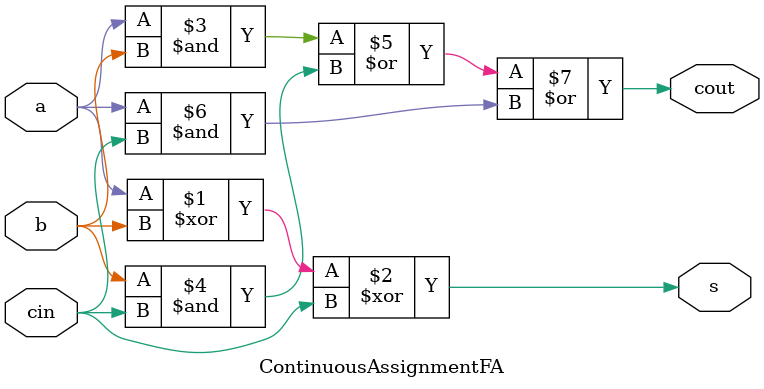
<source format=v>
module ContinuousAssignmentAS #(parameter N = 4) (
    input [N-1:0] A,
    input [N-1:0] B,
    input Op,             // Operation: 0 for addition, 1 for subtraction
    output [N-1:0] S,
    output Cout
);

    wire [N-1:0] C;       // Carry signals between full adders
    wire [N-1:0] BxOp;    // B xor Op
    
    assign BxOp[0] = B[0] ^ Op;
    ContinuousAssignmentFA fa0(
        A[0], 
        BxOp[0], 
        Op, 
        S[0], 
        C[0]
    );

    genvar i;
    generate
        for (i = 1; i < N; i = i + 1) begin : full_adders
            assign BxOp[i] = B[i] ^ Op;
            ContinuousAssignmentFA fa(
                A[i],
                BxOp[i],
                C[i-1],
                S[i],
                C[i]
            );
        end
    endgenerate

    assign Cout = C[N-1];

endmodule

module ContinuousAssignmentFA(
    input a, b, cin,
    output s, cout
);
    assign s = a ^ b ^ cin;
    assign cout = (a & b) | (b & cin) | (a & cin);
    
endmodule
</source>
